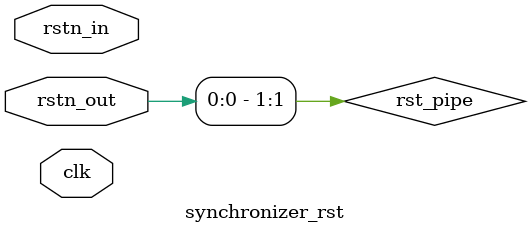
<source format=v>
module synchronizer_rst(
    input clk,
    input rstn_in,
    input rstn_out
);

reg [1:0] rst_pipe;

always @(posedge clk or negedge rstn_in) begin : proc_pipe
    if(~rstn_in) begin
        rst_pipe <= 0;
    end else begin
        rst_pipe <= {rst_pipe[0], 1'b1};
    end
end

assign rstn_out = rst_pipe[1];

endmodule // synchronizer_rst
</source>
